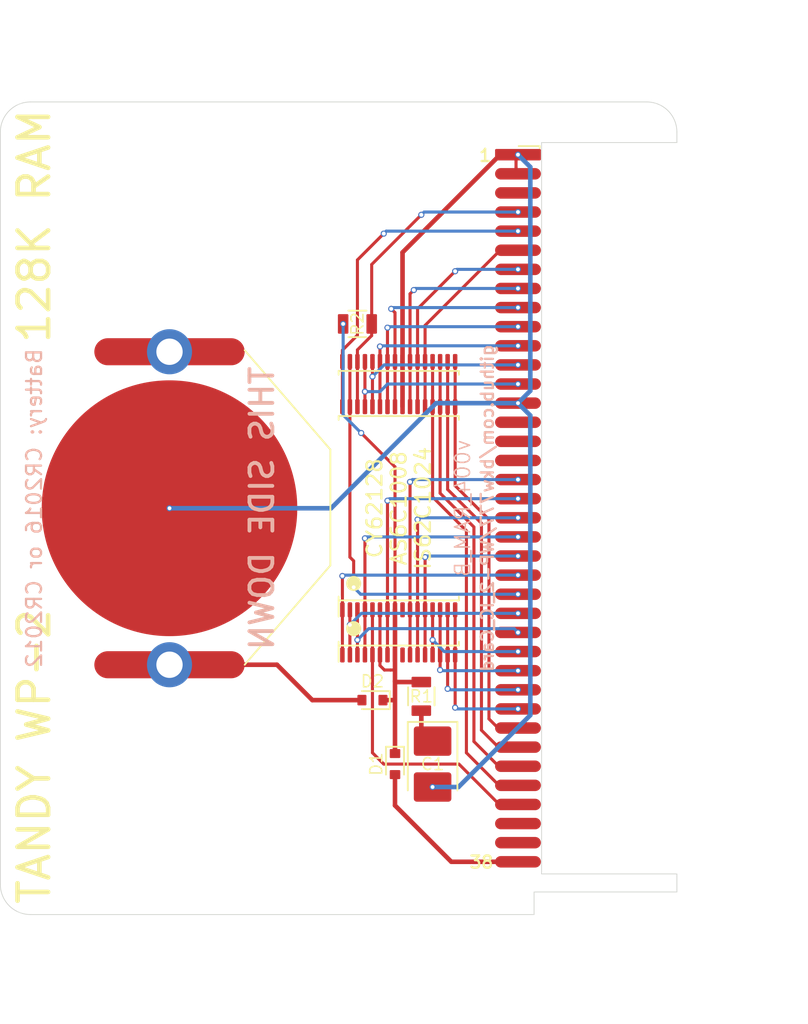
<source format=kicad_pcb>
(kicad_pcb (version 20171130) (host pcbnew 5.1.7-a382d34a8~87~ubuntu20.04.1)

  (general
    (thickness 0.8)
    (drawings 40)
    (tracks 208)
    (zones 0)
    (modules 11)
    (nets 36)
  )

  (page USLetter)
  (title_block
    (title "WP-2 128K RAM IC-Card")
    (date 2020-09-26)
    (company "Brian K. White - b.kenyon.w@gmail.com")
  )

  (layers
    (0 F.Cu signal)
    (31 B.Cu signal)
    (33 F.Adhes user)
    (35 F.Paste user)
    (36 B.SilkS user)
    (37 F.SilkS user)
    (38 B.Mask user)
    (39 F.Mask user)
    (40 Dwgs.User user)
    (41 Cmts.User user hide)
    (42 Eco1.User user hide)
    (43 Eco2.User user hide)
    (44 Edge.Cuts user)
    (45 Margin user hide)
    (46 B.CrtYd user hide)
    (47 F.CrtYd user hide)
    (49 F.Fab user hide)
  )

  (setup
    (last_trace_width 0.254)
    (user_trace_width 0.1524)
    (user_trace_width 0.1778)
    (user_trace_width 0.2032)
    (user_trace_width 0.3048)
    (user_trace_width 0.508)
    (trace_clearance 0.1524)
    (zone_clearance 0.508)
    (zone_45_only no)
    (trace_min 0.1524)
    (via_size 0.4064)
    (via_drill 0.254)
    (via_min_size 0.4064)
    (via_min_drill 0.254)
    (uvia_size 0.4064)
    (uvia_drill 0.254)
    (uvias_allowed no)
    (uvia_min_size 0.4064)
    (uvia_min_drill 0.254)
    (edge_width 0.05)
    (segment_width 0.2)
    (pcb_text_width 0.3)
    (pcb_text_size 1.5 1.5)
    (mod_edge_width 0.12)
    (mod_text_size 1 1)
    (mod_text_width 0.15)
    (pad_size 0.3 1)
    (pad_drill 0)
    (pad_to_mask_clearance 0)
    (aux_axis_origin 0 0)
    (grid_origin 158.75 99.695)
    (visible_elements FFFFFF7F)
    (pcbplotparams
      (layerselection 0x010f0_ffffffff)
      (usegerberextensions false)
      (usegerberattributes true)
      (usegerberadvancedattributes true)
      (creategerberjobfile true)
      (excludeedgelayer true)
      (linewidth 0.100000)
      (plotframeref false)
      (viasonmask false)
      (mode 1)
      (useauxorigin false)
      (hpglpennumber 1)
      (hpglpenspeed 20)
      (hpglpendiameter 15.000000)
      (psnegative false)
      (psa4output false)
      (plotreference true)
      (plotvalue true)
      (plotinvisibletext false)
      (padsonsilk false)
      (subtractmaskfromsilk false)
      (outputformat 1)
      (mirror false)
      (drillshape 0)
      (scaleselection 1)
      (outputdirectory "GERBER_WP-2_IC_Card_v004_RAM_B"))
  )

  (net 0 "")
  (net 1 GND)
  (net 2 /CE2)
  (net 3 /~CE1)
  (net 4 /~OE)
  (net 5 /D0)
  (net 6 /D1)
  (net 7 /D2)
  (net 8 /D3)
  (net 9 /D4)
  (net 10 /D5)
  (net 11 /D6)
  (net 12 /D7)
  (net 13 /A16)
  (net 14 /A15)
  (net 15 /A14)
  (net 16 /A13)
  (net 17 /A12)
  (net 18 /A11)
  (net 19 /A10)
  (net 20 /A9)
  (net 21 /A8)
  (net 22 /A7)
  (net 23 /A6)
  (net 24 /A5)
  (net 25 /A4)
  (net 26 /A3)
  (net 27 /A2)
  (net 28 /A1)
  (net 29 /A0)
  (net 30 /R~W)
  (net 31 /~DET)
  (net 32 "Net-(C1-Pad1)")
  (net 33 VBUS)
  (net 34 VMEM)
  (net 35 "Net-(BT1-Pad1)")

  (net_class Default "This is the default net class."
    (clearance 0.1524)
    (trace_width 0.254)
    (via_dia 0.4064)
    (via_drill 0.254)
    (uvia_dia 0.4064)
    (uvia_drill 0.254)
    (diff_pair_width 0.1524)
    (diff_pair_gap 0.2032)
    (add_net /A0)
    (add_net /A1)
    (add_net /A10)
    (add_net /A11)
    (add_net /A12)
    (add_net /A13)
    (add_net /A14)
    (add_net /A15)
    (add_net /A16)
    (add_net /A2)
    (add_net /A3)
    (add_net /A4)
    (add_net /A5)
    (add_net /A6)
    (add_net /A7)
    (add_net /A8)
    (add_net /A9)
    (add_net /BCHK)
    (add_net /CE2)
    (add_net /D0)
    (add_net /D1)
    (add_net /D2)
    (add_net /D3)
    (add_net /D4)
    (add_net /D5)
    (add_net /D6)
    (add_net /D7)
    (add_net /R~W)
    (add_net /~CE1)
    (add_net /~DET)
    (add_net /~OE)
    (add_net GND)
    (add_net "Net-(BT1-Pad1)")
    (add_net "Net-(C1-Pad1)")
    (add_net "Net-(J1-Pad15)")
    (add_net "Net-(J1-Pad16)")
    (add_net "Net-(J1-Pad17)")
    (add_net "Net-(J1-Pad3)")
    (add_net "Net-(J1-Pad36)")
    (add_net "Net-(U1-Pad9)")
    (add_net "Net-(U2-Pad9)")
    (add_net VBUS)
    (add_net VMEM)
  )

  (module 0_LOCAL:2016_battery_holder_tht (layer F.Cu) (tedit 5F93E71F) (tstamp 5F8DFEA8)
    (at 134 99.695 90)
    (descr https://www.tme.eu/it/Document/a823211ec201a9e209042d155fe22d2b/KEYS2996.pdf)
    (tags "BR2016 CR2016 DL2016 BR2020 CL2020 BR2025 CR2025 DL2025 DR2032 CR2032 DL2032")
    (path /5F8E356D)
    (fp_text reference BT1 (at -9.15 9.7 90 unlocked) (layer F.SilkS) hide
      (effects (font (size 1 1) (thickness 0.15)))
    )
    (fp_text value "Battery CR2016 3v" (at 0 -11 90) (layer F.Fab)
      (effects (font (size 1 1) (thickness 0.15)))
    )
    (fp_arc (start 0 0) (end -6.399999 7.799999) (angle -78.7) (layer F.Fab) (width 0.12))
    (fp_arc (start 0 0) (end 3.9 -9.8) (angle -43.40107348) (layer F.CrtYd) (width 0.05))
    (fp_text user %R (at -9.15 9.7 90) (layer F.Fab)
      (effects (font (size 1 1) (thickness 0.15)))
    )
    (fp_line (start 3.9 10.7) (end 10.5 5) (layer F.SilkS) (width 0.12))
    (fp_line (start -3.8 10.7) (end 3.9 10.7) (layer F.SilkS) (width 0.12))
    (fp_line (start -10.4 5) (end -3.8 10.7) (layer F.SilkS) (width 0.12))
    (fp_line (start -12.2 -4.4) (end -12.2 4.4) (layer F.Fab) (width 0.1))
    (fp_line (start -12.2 4.4) (end -10.55 4.4) (layer F.Fab) (width 0.1))
    (fp_line (start -12.2 -4.4) (end -10.55 -4.4) (layer F.Fab) (width 0.1))
    (fp_line (start -10.55 4.4) (end -10.55 5.85) (layer F.Fab) (width 0.1))
    (fp_line (start 10.55 4.4) (end 10.55 5.9) (layer F.Fab) (width 0.1))
    (fp_line (start -3.8 10.6) (end 3.8 10.6) (layer F.Fab) (width 0.1))
    (fp_line (start 10.55 4.4) (end 12.2 4.4) (layer F.Fab) (width 0.1))
    (fp_line (start 12.2 4.4) (end 12.2 -4.4) (layer F.Fab) (width 0.1))
    (fp_line (start 12.2 -4.4) (end 10.55 -4.4) (layer F.Fab) (width 0.1))
    (fp_line (start 10.55 -4.4) (end 10.55 -9.3) (layer F.Fab) (width 0.1))
    (fp_line (start 10.55 -9.3) (end -10.55 -9.3) (layer F.Fab) (width 0.1))
    (fp_line (start -10.55 -4.4) (end -10.55 -9.3) (layer F.Fab) (width 0.1))
    (fp_line (start -10.55 5.85) (end -3.8 10.6) (layer F.Fab) (width 0.1))
    (fp_line (start 10.55 5.9) (end 3.8 10.6) (layer F.Fab) (width 0.1))
    (fp_circle (center 0 0) (end 10 0) (layer Dwgs.User) (width 0.2))
    (fp_line (start -12.5 -4.5) (end -11 -4.5) (layer F.CrtYd) (width 0.05))
    (fp_line (start -11 -4.5) (end -11 -9.8) (layer F.CrtYd) (width 0.05))
    (fp_line (start -11 -9.8) (end -3.9 -9.8) (layer F.CrtYd) (width 0.05))
    (fp_line (start 11 -9.8) (end 3.9 -9.8) (layer F.CrtYd) (width 0.05))
    (fp_line (start 11 -9.8) (end 11 -4.5) (layer F.CrtYd) (width 0.05))
    (fp_line (start 11 -4.5) (end 12.5 -4.5) (layer F.CrtYd) (width 0.05))
    (fp_line (start 12.5 -4.5) (end 12.5 4.5) (layer F.CrtYd) (width 0.05))
    (fp_line (start 12.5 4.5) (end 11 4.5) (layer F.CrtYd) (width 0.05))
    (fp_line (start 11 4.5) (end 11 6.35) (layer F.CrtYd) (width 0.05))
    (fp_line (start 11 6.35) (end 4.25 11.1) (layer F.CrtYd) (width 0.05))
    (fp_line (start 4.25 11.1) (end -4.25 11.1) (layer F.CrtYd) (width 0.05))
    (fp_line (start -4.25 11.1) (end -11 6.35) (layer F.CrtYd) (width 0.05))
    (fp_line (start -11 6.35) (end -11 4.5) (layer F.CrtYd) (width 0.05))
    (fp_line (start -11 4.5) (end -12.5 4.5) (layer F.CrtYd) (width 0.05))
    (fp_line (start -12.5 4.5) (end -12.5 -4.5) (layer F.CrtYd) (width 0.05))
    (pad 1 smd circle (at 10.4 0 90) (size 3 3) (layers B.Cu)
      (net 35 "Net-(BT1-Pad1)"))
    (pad 1 smd circle (at -10.4 0 90) (size 3 3) (layers B.Cu)
      (net 35 "Net-(BT1-Pad1)"))
    (pad 1 smd oval (at 10.4 0 90) (size 1.8 10) (layers F.Cu F.Paste F.Mask)
      (net 35 "Net-(BT1-Pad1)"))
    (pad 1 smd oval (at -10.4 0 90) (size 1.8 10) (layers F.Cu F.Paste F.Mask)
      (net 35 "Net-(BT1-Pad1)"))
    (pad 2 smd circle (at 0 0 90) (size 17 17) (layers F.Cu F.Mask)
      (net 1 GND) (solder_mask_margin 1.5))
    (pad 1 thru_hole circle (at -10.4 0 90) (size 1.8 1.8) (drill 1.75) (layers *.Cu *.Mask)
      (net 35 "Net-(BT1-Pad1)"))
    (pad 1 thru_hole circle (at 10.4 0 90) (size 1.8 1.8) (drill 1.75) (layers *.Cu *.Mask)
      (net 35 "Net-(BT1-Pad1)"))
    (model ${KIPRJMOD}/3d/keystone-PN3029_trimmed.STEP_x
      (offset (xyz 0 -11.2 1.6))
      (scale (xyz 1 1 1))
      (rotate (xyz -90 0 0))
    )
    (model ${KIPRJMOD}/3d/CR2016-50000LC.stp
      (offset (xyz 0 0 1.6))
      (scale (xyz 1 1 1))
      (rotate (xyz 90 0 0))
    )
    (model ${KIPRJMOD}/3d/keystone-PN3027_trimmed.STEP
      (offset (xyz 0 -10.07 1.9))
      (scale (xyz 1 1 1))
      (rotate (xyz -90 0 0))
    )
  )

  (module 0_LOCAL:D_SOD-523 (layer F.Cu) (tedit 5F8B5202) (tstamp 5F8E26C3)
    (at 147.5 112.445 180)
    (descr "http://www.diodes.com/datasheets/ap02001.pdf p.144")
    (tags "Diode SOD523")
    (path /5F94E10B)
    (attr smd)
    (fp_text reference D2 (at 0 1.25) (layer F.SilkS)
      (effects (font (size 0.8 0.8) (thickness 0.1)))
    )
    (fp_text value 1SS389 (at 0 1.4) (layer F.Fab)
      (effects (font (size 1 1) (thickness 0.15)))
    )
    (fp_line (start 0.7 0.6) (end -1.15 0.6) (layer F.SilkS) (width 0.12))
    (fp_line (start 0.7 -0.6) (end -1.15 -0.6) (layer F.SilkS) (width 0.12))
    (fp_line (start 0.65 0.45) (end -0.65 0.45) (layer F.Fab) (width 0.1))
    (fp_line (start -0.65 0.45) (end -0.65 -0.45) (layer F.Fab) (width 0.1))
    (fp_line (start -0.65 -0.45) (end 0.65 -0.45) (layer F.Fab) (width 0.1))
    (fp_line (start 0.65 -0.45) (end 0.65 0.45) (layer F.Fab) (width 0.1))
    (fp_line (start -0.2 0.2) (end -0.2 -0.2) (layer F.Fab) (width 0.1))
    (fp_line (start -0.2 0) (end -0.35 0) (layer F.Fab) (width 0.1))
    (fp_line (start -0.2 0) (end 0.1 0.2) (layer F.Fab) (width 0.1))
    (fp_line (start 0.1 0.2) (end 0.1 -0.2) (layer F.Fab) (width 0.1))
    (fp_line (start 0.1 -0.2) (end -0.2 0) (layer F.Fab) (width 0.1))
    (fp_line (start 0.1 0) (end 0.25 0) (layer F.Fab) (width 0.1))
    (fp_line (start 1.25 0.7) (end -1.25 0.7) (layer F.CrtYd) (width 0.05))
    (fp_line (start -1.25 0.7) (end -1.25 -0.7) (layer F.CrtYd) (width 0.05))
    (fp_line (start -1.25 -0.7) (end 1.25 -0.7) (layer F.CrtYd) (width 0.05))
    (fp_line (start 1.25 -0.7) (end 1.25 0.7) (layer F.CrtYd) (width 0.05))
    (fp_line (start -1.15 -0.6) (end -1.15 0.6) (layer F.SilkS) (width 0.12))
    (fp_text user %R (at 0 -1.3) (layer F.Fab)
      (effects (font (size 1 1) (thickness 0.15)))
    )
    (pad 2 smd roundrect (at 0.7 0) (size 0.6 0.7) (layers F.Cu F.Paste F.Mask) (roundrect_rratio 0.1)
      (net 35 "Net-(BT1-Pad1)"))
    (pad 1 smd roundrect (at -0.7 0) (size 0.6 0.7) (layers F.Cu F.Paste F.Mask) (roundrect_rratio 0.1)
      (net 34 VMEM))
    (model ${KIPRJMOD}/3d/D_SOD-523.step
      (at (xyz 0 0 0))
      (scale (xyz 1 1 1))
      (rotate (xyz 0 0 0))
    )
  )

  (module 0_LOCAL:R_0805 (layer F.Cu) (tedit 5F8B5224) (tstamp 5F752AD5)
    (at 146.5 87.445)
    (descr "Resistor SMD 0805, reflow soldering, Vishay (see dcrcw.pdf)")
    (tags "resistor 0805")
    (path /5F9FA366)
    (attr smd)
    (fp_text reference R2 (at 0 0 90 unlocked) (layer F.SilkS)
      (effects (font (size 0.8 0.8) (thickness 0.1)))
    )
    (fp_text value 47K (at 0 1.75) (layer F.Fab)
      (effects (font (size 1 1) (thickness 0.15)))
    )
    (fp_line (start -1 0.62) (end -1 -0.62) (layer F.Fab) (width 0.1))
    (fp_line (start 1 0.62) (end -1 0.62) (layer F.Fab) (width 0.1))
    (fp_line (start 1 -0.62) (end 1 0.62) (layer F.Fab) (width 0.1))
    (fp_line (start -1 -0.62) (end 1 -0.62) (layer F.Fab) (width 0.1))
    (fp_line (start 0.6 0.88) (end -0.6 0.88) (layer F.SilkS) (width 0.12))
    (fp_line (start -0.6 -0.88) (end 0.6 -0.88) (layer F.SilkS) (width 0.12))
    (fp_line (start -1.55 -0.9) (end 1.55 -0.9) (layer F.CrtYd) (width 0.05))
    (fp_line (start -1.55 -0.9) (end -1.55 0.9) (layer F.CrtYd) (width 0.05))
    (fp_line (start 1.55 0.9) (end 1.55 -0.9) (layer F.CrtYd) (width 0.05))
    (fp_line (start 1.55 0.9) (end -1.55 0.9) (layer F.CrtYd) (width 0.05))
    (fp_text user %R (at 0 0) (layer F.Fab)
      (effects (font (size 0.5 0.5) (thickness 0.075)))
    )
    (pad 1 smd roundrect (at -0.95 0) (size 0.7 1.3) (layers F.Cu F.Paste F.Mask) (roundrect_rratio 0.1)
      (net 34 VMEM))
    (pad 2 smd roundrect (at 0.95 0) (size 0.7 1.3) (layers F.Cu F.Paste F.Mask) (roundrect_rratio 0.1)
      (net 3 /~CE1))
    (model ${KIPRJMOD}/3d/R_0805_2012Metric.step
      (at (xyz 0 0 0))
      (scale (xyz 1 1 1))
      (rotate (xyz 0 0 0))
    )
  )

  (module 0_LOCAL:R_0805 (layer F.Cu) (tedit 5F8B5224) (tstamp 5F752ACC)
    (at 150.75 112.195 270)
    (descr "Resistor SMD 0805, reflow soldering, Vishay (see dcrcw.pdf)")
    (tags "resistor 0805")
    (path /5F805237)
    (attr smd)
    (fp_text reference R1 (at 0 0 unlocked) (layer F.SilkS)
      (effects (font (size 0.8 0.8) (thickness 0.1)))
    )
    (fp_text value 4.7K (at 0 1.75 90) (layer F.Fab)
      (effects (font (size 1 1) (thickness 0.15)))
    )
    (fp_line (start -1 0.62) (end -1 -0.62) (layer F.Fab) (width 0.1))
    (fp_line (start 1 0.62) (end -1 0.62) (layer F.Fab) (width 0.1))
    (fp_line (start 1 -0.62) (end 1 0.62) (layer F.Fab) (width 0.1))
    (fp_line (start -1 -0.62) (end 1 -0.62) (layer F.Fab) (width 0.1))
    (fp_line (start 0.6 0.88) (end -0.6 0.88) (layer F.SilkS) (width 0.12))
    (fp_line (start -0.6 -0.88) (end 0.6 -0.88) (layer F.SilkS) (width 0.12))
    (fp_line (start -1.55 -0.9) (end 1.55 -0.9) (layer F.CrtYd) (width 0.05))
    (fp_line (start -1.55 -0.9) (end -1.55 0.9) (layer F.CrtYd) (width 0.05))
    (fp_line (start 1.55 0.9) (end 1.55 -0.9) (layer F.CrtYd) (width 0.05))
    (fp_line (start 1.55 0.9) (end -1.55 0.9) (layer F.CrtYd) (width 0.05))
    (fp_text user %R (at 0 0 90) (layer F.Fab)
      (effects (font (size 0.5 0.5) (thickness 0.075)))
    )
    (pad 1 smd roundrect (at -0.95 0 270) (size 0.7 1.3) (layers F.Cu F.Paste F.Mask) (roundrect_rratio 0.1)
      (net 34 VMEM))
    (pad 2 smd roundrect (at 0.95 0 270) (size 0.7 1.3) (layers F.Cu F.Paste F.Mask) (roundrect_rratio 0.1)
      (net 32 "Net-(C1-Pad1)"))
    (model ${KIPRJMOD}/3d/R_0805_2012Metric.step
      (at (xyz 0 0 0))
      (scale (xyz 1 1 1))
      (rotate (xyz 0 0 0))
    )
  )

  (module 0_LOCAL:CP_Tantalum_Case-B_EIA-3528-21_Reflow (layer F.Cu) (tedit 5F8B6793) (tstamp 5F752A56)
    (at 151.5 116.695 270)
    (descr "Tantalum capacitor, Case B, EIA 3528-21, 3.5x2.8x1.9mm, Reflow soldering footprint")
    (tags "capacitor tantalum smd")
    (path /5F7F0020)
    (attr smd)
    (fp_text reference C1 (at 0 0 unlocked) (layer F.SilkS)
      (effects (font (size 0.8 0.8) (thickness 0.1)))
    )
    (fp_text value 220uf (at 0 3.15 270) (layer F.Fab)
      (effects (font (size 1 1) (thickness 0.15)))
    )
    (fp_line (start -2.85 -1.75) (end -2.85 1.75) (layer F.CrtYd) (width 0.05))
    (fp_line (start -2.85 1.75) (end 2.85 1.75) (layer F.CrtYd) (width 0.05))
    (fp_line (start 2.85 1.75) (end 2.85 -1.75) (layer F.CrtYd) (width 0.05))
    (fp_line (start 2.85 -1.75) (end -2.85 -1.75) (layer F.CrtYd) (width 0.05))
    (fp_line (start -1.75 -1.4) (end -1.75 1.4) (layer F.Fab) (width 0.1))
    (fp_line (start -1.75 1.4) (end 1.75 1.4) (layer F.Fab) (width 0.1))
    (fp_line (start 1.75 1.4) (end 1.75 -1.4) (layer F.Fab) (width 0.1))
    (fp_line (start 1.75 -1.4) (end -1.75 -1.4) (layer F.Fab) (width 0.1))
    (fp_line (start -1.4 -1.4) (end -1.4 1.4) (layer F.Fab) (width 0.1))
    (fp_line (start -1.225 -1.4) (end -1.225 1.4) (layer F.Fab) (width 0.1))
    (fp_line (start -2.8 -1.65) (end 1.75 -1.65) (layer F.SilkS) (width 0.12))
    (fp_line (start -2.8 1.65) (end 1.75 1.65) (layer F.SilkS) (width 0.12))
    (fp_line (start -2.8 -1.65) (end -2.8 1.65) (layer F.SilkS) (width 0.12))
    (fp_text user %R (at 0 0 270) (layer F.Fab)
      (effects (font (size 0.8 0.8) (thickness 0.12)))
    )
    (pad 1 smd roundrect (at -1.525 0 270) (size 1.95 2.5) (layers F.Cu F.Mask) (roundrect_rratio 0.1)
      (net 32 "Net-(C1-Pad1)"))
    (pad 2 smd roundrect (at 1.525 0 270) (size 1.95 2.5) (layers F.Cu F.Mask) (roundrect_rratio 0.1)
      (net 1 GND))
    (model ${KIPRJMOD}/3d/TLNT_AVX.step
      (at (xyz 0 0 0))
      (scale (xyz 1 1 1))
      (rotate (xyz 0 0 0))
    )
  )

  (module 0_LOCAL:TSOP32-14mm (layer F.Cu) (tedit 5F8D316E) (tstamp 5F712C60)
    (at 149.25 99.695)
    (descr "Module CMS TSOP 32 pins")
    (tags "CMS TSOP")
    (path /5F906116)
    (attr smd)
    (fp_text reference U2 (at 0 5.334 180) (layer F.SilkS) hide
      (effects (font (size 1 1) (thickness 0.15)))
    )
    (fp_text value "SRAM 128Kx8 5v Parallel" (at 1.27 0 90) (layer F.Fab)
      (effects (font (size 1 1) (thickness 0.15)))
    )
    (fp_circle (center -3 5) (end -2.75 5) (layer F.SilkS) (width 0.5))
    (fp_line (start -4 6.125) (end 4 6.125) (layer F.SilkS) (width 0.12))
    (fp_line (start 4 -6.125) (end -4 -6.125) (layer F.SilkS) (width 0.12))
    (fp_line (start -4 7.2) (end -4 5.875) (layer F.SilkS) (width 0.12))
    (fp_line (start 4 6.125) (end 4 5.875) (layer F.SilkS) (width 0.12))
    (fp_line (start -4 -6.125) (end -4 -5.875) (layer F.SilkS) (width 0.12))
    (fp_line (start 4 -6.125) (end 4 -5.875) (layer F.SilkS) (width 0.12))
    (pad 1 smd roundrect (at -3.75 6.75) (size 0.3 1) (layers F.Cu F.Paste F.Mask) (roundrect_rratio 0.25)
      (net 18 /A11))
    (pad 2 smd roundrect (at -3.25 6.75) (size 0.3 1) (layers F.Cu F.Paste F.Mask) (roundrect_rratio 0.25)
      (net 20 /A9))
    (pad 3 smd roundrect (at -2.75 6.75) (size 0.3 1) (layers F.Cu F.Paste F.Mask) (roundrect_rratio 0.25)
      (net 21 /A8))
    (pad 4 smd roundrect (at -2.25 6.75) (size 0.3 1) (layers F.Cu F.Paste F.Mask) (roundrect_rratio 0.25)
      (net 16 /A13))
    (pad 5 smd roundrect (at -1.75 6.75) (size 0.3 1) (layers F.Cu F.Paste F.Mask) (roundrect_rratio 0.25)
      (net 30 /R~W))
    (pad 6 smd roundrect (at -1.25 6.75) (size 0.3 1) (layers F.Cu F.Paste F.Mask) (roundrect_rratio 0.25)
      (net 2 /CE2))
    (pad 7 smd roundrect (at -0.75 6.75) (size 0.3 1) (layers F.Cu F.Paste F.Mask) (roundrect_rratio 0.25)
      (net 14 /A15))
    (pad 8 smd roundrect (at -0.25 6.75) (size 0.3 1) (layers F.Cu F.Paste F.Mask) (roundrect_rratio 0.25)
      (net 34 VMEM))
    (pad 9 smd roundrect (at 0.25 6.75) (size 0.3 1) (layers F.Cu F.Paste F.Mask) (roundrect_rratio 0.25))
    (pad 10 smd roundrect (at 0.75 6.75) (size 0.3 1) (layers F.Cu F.Paste F.Mask) (roundrect_rratio 0.25)
      (net 13 /A16))
    (pad 11 smd roundrect (at 1.25 6.75) (size 0.3 1) (layers F.Cu F.Paste F.Mask) (roundrect_rratio 0.25)
      (net 15 /A14))
    (pad 12 smd roundrect (at 1.75 6.75) (size 0.3 1) (layers F.Cu F.Paste F.Mask) (roundrect_rratio 0.25)
      (net 17 /A12))
    (pad 13 smd roundrect (at 2.25 6.75) (size 0.3 1) (layers F.Cu F.Paste F.Mask) (roundrect_rratio 0.25)
      (net 22 /A7))
    (pad 14 smd roundrect (at 2.75 6.75) (size 0.3 1) (layers F.Cu F.Paste F.Mask) (roundrect_rratio 0.25)
      (net 23 /A6))
    (pad 15 smd roundrect (at 3.25 6.75) (size 0.3 1) (layers F.Cu F.Paste F.Mask) (roundrect_rratio 0.25)
      (net 24 /A5))
    (pad 16 smd roundrect (at 3.75 6.75) (size 0.3 1) (layers F.Cu F.Paste F.Mask) (roundrect_rratio 0.25)
      (net 25 /A4))
    (pad 17 smd roundrect (at 3.75 -6.75) (size 0.3 1) (layers F.Cu F.Paste F.Mask) (roundrect_rratio 0.25)
      (net 26 /A3))
    (pad 18 smd roundrect (at 3.25 -6.75) (size 0.3 1) (layers F.Cu F.Paste F.Mask) (roundrect_rratio 0.25)
      (net 27 /A2))
    (pad 19 smd roundrect (at 2.75 -6.75) (size 0.3 1) (layers F.Cu F.Paste F.Mask) (roundrect_rratio 0.25)
      (net 28 /A1))
    (pad 20 smd roundrect (at 2.25 -6.75) (size 0.3 1) (layers F.Cu F.Paste F.Mask) (roundrect_rratio 0.25)
      (net 29 /A0))
    (pad 21 smd roundrect (at 1.75 -6.75) (size 0.3 1) (layers F.Cu F.Paste F.Mask) (roundrect_rratio 0.25)
      (net 5 /D0))
    (pad 22 smd roundrect (at 1.25 -6.75) (size 0.3 1) (layers F.Cu F.Paste F.Mask) (roundrect_rratio 0.25)
      (net 6 /D1))
    (pad 23 smd roundrect (at 0.75 -6.75) (size 0.3 1) (layers F.Cu F.Paste F.Mask) (roundrect_rratio 0.25)
      (net 7 /D2))
    (pad 24 smd roundrect (at 0.25 -6.75) (size 0.3 1) (layers F.Cu F.Paste F.Mask) (roundrect_rratio 0.25)
      (net 1 GND))
    (pad 25 smd roundrect (at -0.25 -6.75) (size 0.3 1) (layers F.Cu F.Paste F.Mask) (roundrect_rratio 0.25)
      (net 8 /D3))
    (pad 26 smd roundrect (at -0.75 -6.75) (size 0.3 1) (layers F.Cu F.Paste F.Mask) (roundrect_rratio 0.25)
      (net 9 /D4))
    (pad 27 smd roundrect (at -1.25 -6.75) (size 0.3 1) (layers F.Cu F.Paste F.Mask) (roundrect_rratio 0.25)
      (net 10 /D5))
    (pad 28 smd roundrect (at -1.75 -6.75) (size 0.3 1) (layers F.Cu F.Paste F.Mask) (roundrect_rratio 0.25)
      (net 11 /D6))
    (pad 29 smd roundrect (at -2.25 -6.75) (size 0.3 1) (layers F.Cu F.Paste F.Mask) (roundrect_rratio 0.25)
      (net 12 /D7))
    (pad 30 smd roundrect (at -2.75 -6.75) (size 0.3 1) (layers F.Cu F.Paste F.Mask) (roundrect_rratio 0.25)
      (net 3 /~CE1))
    (pad 31 smd roundrect (at -3.25 -6.75) (size 0.3 1) (layers F.Cu F.Paste F.Mask) (roundrect_rratio 0.25)
      (net 19 /A10))
    (pad 32 smd roundrect (at -3.75 -6.75) (size 0.3 1) (layers F.Cu F.Paste F.Mask) (roundrect_rratio 0.25)
      (net 4 /~OE))
    (model ${KIPRJMOD}/3d/TSOP32_8x14.step
      (at (xyz 0 0 0))
      (scale (xyz 1 1 1))
      (rotate (xyz 0 0 -90))
    )
  )

  (module 0_LOCAL:TSOP32-20mm (layer F.Cu) (tedit 5F8D318C) (tstamp 5F755D97)
    (at 149.25 99.695)
    (descr "Module CMS TSOP 32 pins")
    (tags "CMS TSOP")
    (path /5F718069)
    (attr smd)
    (fp_text reference U1 (at 0.009 8.382 180) (layer F.SilkS) hide
      (effects (font (size 1 1) (thickness 0.15)))
    )
    (fp_text value "SRAM 128Kx8 5v Parallel" (at 0 5) (layer F.Fab)
      (effects (font (size 1 1) (thickness 0.15)))
    )
    (fp_circle (center -3 8) (end -2.75 8) (layer F.SilkS) (width 0.5))
    (fp_line (start -4 9.125) (end 4 9.125) (layer F.SilkS) (width 0.12))
    (fp_line (start 4 -9.125) (end -4 -9.125) (layer F.SilkS) (width 0.12))
    (fp_line (start -4 10.2) (end -4 8.875) (layer F.SilkS) (width 0.12))
    (fp_line (start 4 9.125) (end 4 8.875) (layer F.SilkS) (width 0.12))
    (fp_line (start -4 -9.125) (end -4 -8.875) (layer F.SilkS) (width 0.12))
    (fp_line (start 4 -9.125) (end 4 -8.875) (layer F.SilkS) (width 0.12))
    (fp_text user %R (at 0 0) (layer F.Fab)
      (effects (font (size 1 1) (thickness 0.15)))
    )
    (pad 1 smd roundrect (at -3.75 9.75) (size 0.3 1) (layers F.Cu F.Paste F.Mask) (roundrect_rratio 0.25)
      (net 18 /A11))
    (pad 2 smd roundrect (at -3.25 9.75) (size 0.3 1) (layers F.Cu F.Paste F.Mask) (roundrect_rratio 0.25)
      (net 20 /A9))
    (pad 3 smd roundrect (at -2.75 9.75) (size 0.3 1) (layers F.Cu F.Paste F.Mask) (roundrect_rratio 0.25)
      (net 21 /A8))
    (pad 4 smd roundrect (at -2.25 9.75) (size 0.3 1) (layers F.Cu F.Paste F.Mask) (roundrect_rratio 0.25)
      (net 16 /A13))
    (pad 5 smd roundrect (at -1.75 9.75) (size 0.3 1) (layers F.Cu F.Paste F.Mask) (roundrect_rratio 0.25)
      (net 30 /R~W))
    (pad 6 smd roundrect (at -1.25 9.75) (size 0.3 1) (layers F.Cu F.Paste F.Mask) (roundrect_rratio 0.25)
      (net 2 /CE2))
    (pad 7 smd roundrect (at -0.75 9.75) (size 0.3 1) (layers F.Cu F.Paste F.Mask) (roundrect_rratio 0.25)
      (net 14 /A15))
    (pad 8 smd roundrect (at -0.25 9.75) (size 0.3 1) (layers F.Cu F.Paste F.Mask) (roundrect_rratio 0.25)
      (net 34 VMEM))
    (pad 9 smd roundrect (at 0.25 9.75) (size 0.3 1) (layers F.Cu F.Paste F.Mask) (roundrect_rratio 0.25))
    (pad 10 smd roundrect (at 0.75 9.75) (size 0.3 1) (layers F.Cu F.Paste F.Mask) (roundrect_rratio 0.25)
      (net 13 /A16))
    (pad 11 smd roundrect (at 1.25 9.75) (size 0.3 1) (layers F.Cu F.Paste F.Mask) (roundrect_rratio 0.25)
      (net 15 /A14))
    (pad 12 smd roundrect (at 1.75 9.75) (size 0.3 1) (layers F.Cu F.Paste F.Mask) (roundrect_rratio 0.25)
      (net 17 /A12))
    (pad 13 smd roundrect (at 2.25 9.75) (size 0.3 1) (layers F.Cu F.Paste F.Mask) (roundrect_rratio 0.25)
      (net 22 /A7))
    (pad 14 smd roundrect (at 2.75 9.75) (size 0.3 1) (layers F.Cu F.Paste F.Mask) (roundrect_rratio 0.25)
      (net 23 /A6))
    (pad 15 smd roundrect (at 3.25 9.75) (size 0.3 1) (layers F.Cu F.Paste F.Mask) (roundrect_rratio 0.25)
      (net 24 /A5))
    (pad 16 smd roundrect (at 3.75 9.75) (size 0.3 1) (layers F.Cu F.Paste F.Mask) (roundrect_rratio 0.25)
      (net 25 /A4))
    (pad 17 smd roundrect (at 3.75 -9.75) (size 0.3 1) (layers F.Cu F.Paste F.Mask) (roundrect_rratio 0.25)
      (net 26 /A3))
    (pad 18 smd roundrect (at 3.25 -9.75) (size 0.3 1) (layers F.Cu F.Paste F.Mask) (roundrect_rratio 0.25)
      (net 27 /A2))
    (pad 19 smd roundrect (at 2.75 -9.75) (size 0.3 1) (layers F.Cu F.Paste F.Mask) (roundrect_rratio 0.25)
      (net 28 /A1))
    (pad 20 smd roundrect (at 2.25 -9.75) (size 0.3 1) (layers F.Cu F.Paste F.Mask) (roundrect_rratio 0.25)
      (net 29 /A0))
    (pad 21 smd roundrect (at 1.75 -9.75) (size 0.3 1) (layers F.Cu F.Paste F.Mask) (roundrect_rratio 0.25)
      (net 5 /D0))
    (pad 22 smd roundrect (at 1.25 -9.75) (size 0.3 1) (layers F.Cu F.Paste F.Mask) (roundrect_rratio 0.25)
      (net 6 /D1))
    (pad 23 smd roundrect (at 0.75 -9.75) (size 0.3 1) (layers F.Cu F.Paste F.Mask) (roundrect_rratio 0.25)
      (net 7 /D2))
    (pad 24 smd roundrect (at 0.25 -9.75) (size 0.3 1) (layers F.Cu F.Paste F.Mask) (roundrect_rratio 0.25)
      (net 1 GND))
    (pad 25 smd roundrect (at -0.25 -9.75) (size 0.3 1) (layers F.Cu F.Paste F.Mask) (roundrect_rratio 0.25)
      (net 8 /D3))
    (pad 26 smd roundrect (at -0.75 -9.75) (size 0.3 1) (layers F.Cu F.Paste F.Mask) (roundrect_rratio 0.25)
      (net 9 /D4))
    (pad 27 smd roundrect (at -1.25 -9.75) (size 0.3 1) (layers F.Cu F.Paste F.Mask) (roundrect_rratio 0.25)
      (net 10 /D5))
    (pad 28 smd roundrect (at -1.75 -9.75) (size 0.3 1) (layers F.Cu F.Paste F.Mask) (roundrect_rratio 0.25)
      (net 11 /D6))
    (pad 29 smd roundrect (at -2.25 -9.75) (size 0.3 1) (layers F.Cu F.Paste F.Mask) (roundrect_rratio 0.25)
      (net 12 /D7))
    (pad 30 smd roundrect (at -2.75 -9.75) (size 0.3 1) (layers F.Cu F.Paste F.Mask) (roundrect_rratio 0.25)
      (net 3 /~CE1))
    (pad 31 smd roundrect (at -3.25 -9.75) (size 0.3 1) (layers F.Cu F.Paste F.Mask) (roundrect_rratio 0.25)
      (net 19 /A10))
    (pad 32 smd roundrect (at -3.75 -9.75) (size 0.3 1) (layers F.Cu F.Paste F.Mask) (roundrect_rratio 0.25)
      (net 4 /~OE))
    (model ${KIPRJMOD}/3d/TSOP32_8X20.step_x
      (at (xyz 0 0 0))
      (scale (xyz 1 1 1))
      (rotate (xyz 0 0 -90))
    )
  )

  (module 0_LOCAL:Net_Tie_2p_8mil (layer F.Cu) (tedit 5F70D483) (tstamp 5F8D961B)
    (at 148.5 110.445)
    (path /5F97C11A)
    (fp_text reference NT2 (at 0 1.016) (layer F.SilkS) hide
      (effects (font (size 0.508 0.508) (thickness 0.1016)))
    )
    (fp_text value Net-Tie_2 (at 0 -2) (layer F.Fab)
      (effects (font (size 1 1) (thickness 0.01)))
    )
    (fp_line (start -0.2032 0) (end 0.2032 0) (layer F.Cu) (width 0.2032))
    (pad 2 smd circle (at 0.2032 0) (size 0.2032 0.2032) (layers F.Cu)
      (net 34 VMEM))
    (pad 1 smd circle (at -0.2032 0) (size 0.2032 0.2032) (layers F.Cu)
      (net 2 /CE2))
  )

  (module 0_LOCAL:SMS-138-01-x-x_edge (layer F.Cu) (tedit 5F7AC44E) (tstamp 5F74043C)
    (at 158.75 99.695)
    (descr "Through hole straight socket strip, 1x38, 1.27mm pitch, single row")
    (tags "Through hole socket strip THT 1x38 1.27mm single row")
    (path /5F6EF0A3)
    (attr smd)
    (fp_text reference J1 (at -2.286 -24.892) (layer F.SilkS) hide
      (effects (font (size 1 1) (thickness 0.15)))
    )
    (fp_text value Conn_01x38_Female (at -4.491 -0.381 -90) (layer F.Fab)
      (effects (font (size 1 1) (thickness 0.15)))
    )
    (fp_line (start -0.127 -24.0665) (end -1.524 -24.0665) (layer F.SilkS) (width 0.12))
    (fp_line (start -0.127 -24.0665) (end -0.127 -23.9395) (layer F.SilkS) (width 0.12))
    (fp_text user %R (at -2.286 -24.892) (layer F.Fab)
      (effects (font (size 1 1) (thickness 0.15)))
    )
    (pad 1 smd roundrect (at -1.57 -23.495) (size 3.048 0.762) (layers F.Cu F.Paste F.Mask) (roundrect_rratio 0.1)
      (net 1 GND))
    (pad 2 smd oval (at -1.57 -22.225) (size 3.048 0.762) (layers F.Cu F.Paste F.Mask)
      (net 31 /~DET))
    (pad 3 smd oval (at -1.57 -20.955) (size 3.048 0.762) (layers F.Cu F.Paste F.Mask))
    (pad 4 smd oval (at -1.57 -19.685) (size 3.048 0.762) (layers F.Cu F.Paste F.Mask)
      (net 3 /~CE1))
    (pad 5 smd oval (at -1.57 -18.415) (size 3.048 0.762) (layers F.Cu F.Paste F.Mask)
      (net 4 /~OE))
    (pad 6 smd oval (at -1.57 -17.145) (size 3.048 0.762) (layers F.Cu F.Paste F.Mask)
      (net 5 /D0))
    (pad 7 smd oval (at -1.57 -15.875) (size 3.048 0.762) (layers F.Cu F.Paste F.Mask)
      (net 6 /D1))
    (pad 8 smd oval (at -1.57 -14.605) (size 3.048 0.762) (layers F.Cu F.Paste F.Mask)
      (net 7 /D2))
    (pad 9 smd oval (at -1.57 -13.335) (size 3.048 0.762) (layers F.Cu F.Paste F.Mask)
      (net 8 /D3))
    (pad 10 smd oval (at -1.57 -12.065) (size 3.048 0.762) (layers F.Cu F.Paste F.Mask)
      (net 9 /D4))
    (pad 11 smd oval (at -1.57 -10.795) (size 3.048 0.762) (layers F.Cu F.Paste F.Mask)
      (net 10 /D5))
    (pad 12 smd oval (at -1.57 -9.525) (size 3.048 0.762) (layers F.Cu F.Paste F.Mask)
      (net 11 /D6))
    (pad 13 smd oval (at -1.57 -8.255) (size 3.048 0.762) (layers F.Cu F.Paste F.Mask)
      (net 12 /D7))
    (pad 14 smd oval (at -1.57 -6.985) (size 3.048 0.762) (layers F.Cu F.Paste F.Mask)
      (net 1 GND))
    (pad 15 smd oval (at -1.57 -5.715) (size 3.048 0.762) (layers F.Cu F.Paste F.Mask))
    (pad 16 smd oval (at -1.57 -4.445) (size 3.048 0.762) (layers F.Cu F.Paste F.Mask))
    (pad 17 smd oval (at -1.57 -3.175) (size 3.048 0.762) (layers F.Cu F.Paste F.Mask))
    (pad 18 smd oval (at -1.57 -1.905) (size 3.048 0.762) (layers F.Cu F.Paste F.Mask)
      (net 13 /A16))
    (pad 19 smd oval (at -1.57 -0.635) (size 3.048 0.762) (layers F.Cu F.Paste F.Mask)
      (net 14 /A15))
    (pad 20 smd oval (at -1.57 0.635) (size 3.048 0.762) (layers F.Cu F.Paste F.Mask)
      (net 15 /A14))
    (pad 21 smd oval (at -1.57 1.905) (size 3.048 0.762) (layers F.Cu F.Paste F.Mask)
      (net 16 /A13))
    (pad 22 smd oval (at -1.57 3.175) (size 3.048 0.762) (layers F.Cu F.Paste F.Mask)
      (net 17 /A12))
    (pad 23 smd oval (at -1.57 4.445) (size 3.048 0.762) (layers F.Cu F.Paste F.Mask)
      (net 18 /A11))
    (pad 24 smd oval (at -1.57 5.715) (size 3.048 0.762) (layers F.Cu F.Paste F.Mask)
      (net 19 /A10))
    (pad 25 smd oval (at -1.57 6.985) (size 3.048 0.762) (layers F.Cu F.Paste F.Mask)
      (net 20 /A9))
    (pad 26 smd oval (at -1.57 8.255) (size 3.048 0.762) (layers F.Cu F.Paste F.Mask)
      (net 21 /A8))
    (pad 27 smd oval (at -1.57 9.525) (size 3.048 0.762) (layers F.Cu F.Paste F.Mask)
      (net 22 /A7))
    (pad 28 smd oval (at -1.57 10.795) (size 3.048 0.762) (layers F.Cu F.Paste F.Mask)
      (net 23 /A6))
    (pad 29 smd oval (at -1.57 12.065) (size 3.048 0.762) (layers F.Cu F.Paste F.Mask)
      (net 24 /A5))
    (pad 30 smd oval (at -1.57 13.335) (size 3.048 0.762) (layers F.Cu F.Paste F.Mask)
      (net 25 /A4))
    (pad 31 smd oval (at -1.57 14.605) (size 3.048 0.762) (layers F.Cu F.Paste F.Mask)
      (net 26 /A3))
    (pad 32 smd oval (at -1.57 15.875) (size 3.048 0.762) (layers F.Cu F.Paste F.Mask)
      (net 27 /A2))
    (pad 33 smd oval (at -1.57 17.145) (size 3.048 0.762) (layers F.Cu F.Paste F.Mask)
      (net 28 /A1))
    (pad 34 smd oval (at -1.57 18.415) (size 3.048 0.762) (layers F.Cu F.Paste F.Mask)
      (net 29 /A0))
    (pad 35 smd oval (at -1.57 19.685) (size 3.048 0.762) (layers F.Cu F.Paste F.Mask)
      (net 30 /R~W))
    (pad 36 smd oval (at -1.57 20.955) (size 3.048 0.762) (layers F.Cu F.Paste F.Mask))
    (pad 37 smd oval (at -1.57 22.225) (size 3.048 0.762) (layers F.Cu F.Paste F.Mask))
    (pad 38 smd oval (at -1.57 23.495) (size 3.048 0.762) (layers F.Cu F.Paste F.Mask)
      (net 33 VBUS))
    (model ${KIPRJMOD}/3d/SMS-138-01-x-x.step
      (offset (xyz 0 0 0.204))
      (scale (xyz 1 1 1))
      (rotate (xyz 0 0 90))
    )
  )

  (module 0_LOCAL:D_SOD-523 (layer F.Cu) (tedit 5F8B5202) (tstamp 5F8D87BF)
    (at 149 116.695 270)
    (descr "http://www.diodes.com/datasheets/ap02001.pdf p.144")
    (tags "Diode SOD523")
    (path /5F8DE330)
    (attr smd)
    (fp_text reference D1 (at 0 1.25 90) (layer F.SilkS)
      (effects (font (size 0.8 0.8) (thickness 0.1)))
    )
    (fp_text value 1SS389 (at 0 1.4 90) (layer F.Fab)
      (effects (font (size 1 1) (thickness 0.15)))
    )
    (fp_line (start 0.7 0.6) (end -1.15 0.6) (layer F.SilkS) (width 0.12))
    (fp_line (start 0.7 -0.6) (end -1.15 -0.6) (layer F.SilkS) (width 0.12))
    (fp_line (start 0.65 0.45) (end -0.65 0.45) (layer F.Fab) (width 0.1))
    (fp_line (start -0.65 0.45) (end -0.65 -0.45) (layer F.Fab) (width 0.1))
    (fp_line (start -0.65 -0.45) (end 0.65 -0.45) (layer F.Fab) (width 0.1))
    (fp_line (start 0.65 -0.45) (end 0.65 0.45) (layer F.Fab) (width 0.1))
    (fp_line (start -0.2 0.2) (end -0.2 -0.2) (layer F.Fab) (width 0.1))
    (fp_line (start -0.2 0) (end -0.35 0) (layer F.Fab) (width 0.1))
    (fp_line (start -0.2 0) (end 0.1 0.2) (layer F.Fab) (width 0.1))
    (fp_line (start 0.1 0.2) (end 0.1 -0.2) (layer F.Fab) (width 0.1))
    (fp_line (start 0.1 -0.2) (end -0.2 0) (layer F.Fab) (width 0.1))
    (fp_line (start 0.1 0) (end 0.25 0) (layer F.Fab) (width 0.1))
    (fp_line (start 1.25 0.7) (end -1.25 0.7) (layer F.CrtYd) (width 0.05))
    (fp_line (start -1.25 0.7) (end -1.25 -0.7) (layer F.CrtYd) (width 0.05))
    (fp_line (start -1.25 -0.7) (end 1.25 -0.7) (layer F.CrtYd) (width 0.05))
    (fp_line (start 1.25 -0.7) (end 1.25 0.7) (layer F.CrtYd) (width 0.05))
    (fp_line (start -1.15 -0.6) (end -1.15 0.6) (layer F.SilkS) (width 0.12))
    (fp_text user %R (at 0 -1.3 90) (layer F.Fab)
      (effects (font (size 1 1) (thickness 0.15)))
    )
    (pad 2 smd roundrect (at 0.7 0 90) (size 0.6 0.7) (layers F.Cu F.Paste F.Mask) (roundrect_rratio 0.1)
      (net 33 VBUS))
    (pad 1 smd roundrect (at -0.7 0 90) (size 0.6 0.7) (layers F.Cu F.Paste F.Mask) (roundrect_rratio 0.1)
      (net 34 VMEM))
    (model ${KIPRJMOD}/3d/D_SOD-523.step
      (at (xyz 0 0 0))
      (scale (xyz 1 1 1))
      (rotate (xyz 0 0 0))
    )
  )

  (module 0_LOCAL:Net_Tie_2p_8mil (layer F.Cu) (tedit 5F70D483) (tstamp 5F712C2A)
    (at 157.05 76.835 270)
    (path /5F8923B3)
    (fp_text reference NT1 (at 0 1.016 90) (layer F.SilkS) hide
      (effects (font (size 0.508 0.508) (thickness 0.1016)))
    )
    (fp_text value Net-Tie_2 (at 0 -2 90) (layer F.Fab) hide
      (effects (font (size 1 1) (thickness 0.01)))
    )
    (fp_line (start -0.2032 0) (end 0.2032 0) (layer F.Cu) (width 0.2032))
    (pad 2 smd circle (at 0.2032 0 270) (size 0.2032 0.2032) (layers F.Cu)
      (net 31 /~DET))
    (pad 1 smd circle (at -0.2032 0 270) (size 0.2032 0.2032) (layers F.Cu)
      (net 1 GND))
  )

  (gr_text "Battery: CR2016 or CR2012" (at 125 99.695 90) (layer B.SilkS)
    (effects (font (size 1 1) (thickness 0.15)) (justify mirror))
  )
  (gr_text "128K RAM" (at 125 80.945 90) (layer F.SilkS) (tstamp 5F8E08EF)
    (effects (font (size 2.032 2.032) (thickness 0.3048)))
  )
  (gr_text "TANDY WP-2" (at 125 116.195 90) (layer F.SilkS) (tstamp 5F8E07FF)
    (effects (font (size 2.032 2.032) (thickness 0.3048)))
  )
  (gr_text "CY62128\nAS6C1008\nIS62C1024" (at 149.25 99.695 90) (layer F.SilkS)
    (effects (font (size 1 1) (thickness 0.15)))
  )
  (gr_text WP-2 (at 137 99.695 90) (layer Dwgs.User) (tstamp 5F76323E)
    (effects (font (size 1 1) (thickness 0.15)))
  )
  (gr_text WP-2 (at 137 129.695 90) (layer Dwgs.User) (tstamp 5F763237)
    (effects (font (size 1 1) (thickness 0.15)))
  )
  (gr_text v004_RAM_B (at 153.5 99.695 90) (layer B.SilkS)
    (effects (font (size 1 1) (thickness 0.1)) (justify mirror))
  )
  (gr_line (start 158.55 125.395) (end 167.75 125.395) (layer Dwgs.User) (width 0.05))
  (gr_line (start 158.55 126.795) (end 158.55 125.395) (layer Dwgs.User) (width 0.05))
  (gr_line (start 158.55 126.795) (end 136.25 126.795) (layer Dwgs.User) (width 0.05))
  (gr_line (start 167.75 72.595) (end 167.75 125.395) (layer Dwgs.User) (width 0.05))
  (gr_line (start 136.25 72.595) (end 167.75 72.595) (layer Dwgs.User) (width 0.05))
  (gr_line (start 167.75 74.695) (end 167.75 75.395) (layer Edge.Cuts) (width 0.05) (tstamp 5F74BD75))
  (gr_line (start 167.75 125.195) (end 167.75 123.995) (layer Edge.Cuts) (width 0.05) (tstamp 5F742389))
  (gr_line (start 158.25 125.195) (end 167.75 125.195) (layer Edge.Cuts) (width 0.05) (tstamp 5F8D8488))
  (gr_line (start 158.25 126.695) (end 158.25 125.195) (layer Edge.Cuts) (width 0.05))
  (gr_line (start 167.75 123.995) (end 158.75 123.995) (layer Edge.Cuts) (width 0.05) (tstamp 5F742207))
  (gr_line (start 167.75 75.395) (end 158.75 75.395) (layer Edge.Cuts) (width 0.05) (tstamp 5F742124))
  (gr_arc (start 124.75 124.695) (end 122.75 124.695) (angle -90) (layer Edge.Cuts) (width 0.05))
  (gr_arc (start 124.75 74.695) (end 124.75 72.695) (angle -90) (layer Edge.Cuts) (width 0.05))
  (gr_arc (start 165.75 74.695) (end 167.75 74.695) (angle -90) (layer Edge.Cuts) (width 0.05))
  (gr_line (start 158.75 75.565) (end 158.75 123.825) (layer Dwgs.User) (width 0.15) (tstamp 5F73AAD6))
  (gr_line (start 167.25 75.565) (end 158.75 75.565) (layer Dwgs.User) (width 0.15))
  (gr_line (start 158.75 123.995) (end 158.75 75.395) (layer Edge.Cuts) (width 0.05) (tstamp 5F73AA2C))
  (gr_text "THIS SIDE DOWN" (at 140.15 99.695 -270) (layer B.SilkS) (tstamp 5F712A06)
    (effects (font (size 1.524 1.524) (thickness 0.254)) (justify mirror))
  )
  (gr_line (start 168.5732 76.2) (end 168.8272 75.946) (layer Dwgs.User) (width 0.15) (tstamp 5F7131A0))
  (gr_line (start 168.5732 76.2) (end 168.8272 76.454) (layer Dwgs.User) (width 0.15) (tstamp 5F71319F))
  (gr_line (start 168.5732 76.2) (end 170.5036 76.2) (layer Dwgs.User) (width 0.15) (tstamp 5F71319E))
  (gr_line (start 167.25 123.825) (end 167.25 75.565) (layer Dwgs.User) (width 0.15))
  (gr_line (start 158.75 123.825) (end 167.25 123.825) (layer Dwgs.User) (width 0.15) (tstamp 5F74BD0E))
  (gr_text "Pins 6.0mm" (at 173.75 76.2) (layer Dwgs.User)
    (effects (font (size 0.6 0.6) (thickness 0.06)))
  )
  (gr_line (start 167.75 76.195) (end 162.05 76.195) (layer Dwgs.User) (width 0.4))
  (gr_text WP-2 (at 137 69.445 90) (layer Dwgs.User)
    (effects (font (size 1 1) (thickness 0.15)))
  )
  (gr_line (start 136.25 65.945) (end 136.25 133.945) (layer Dwgs.User) (width 0.05))
  (gr_text 38 (at 154.75 123.2154) (layer F.SilkS) (tstamp 5F712A00)
    (effects (font (size 0.8128 0.8128) (thickness 0.1524)))
  )
  (gr_text 1 (at 154.9948 76.2508) (layer F.SilkS) (tstamp 5F7129FD)
    (effects (font (size 0.8128 0.8128) (thickness 0.1524)))
  )
  (gr_text github.com/bkw777/WP-2_IC_Card (at 155.145 99.695 -270) (layer B.SilkS) (tstamp 5F7129FA)
    (effects (font (size 0.8128 0.8128) (thickness 0.1524)) (justify mirror))
  )
  (gr_line (start 124.75 126.695) (end 158.25 126.695) (layer Edge.Cuts) (width 0.05) (tstamp 5F6F08D5))
  (gr_line (start 122.75 74.695) (end 122.75 124.695) (layer Edge.Cuts) (width 0.05) (tstamp 5F713C75))
  (gr_line (start 165.75 72.695) (end 124.75 72.695) (layer Edge.Cuts) (width 0.05) (tstamp 5F8D847A))

  (segment (start 157.05 76.33) (end 157.18 76.2) (width 0.2032) (layer F.Cu) (net 1))
  (segment (start 157.05 76.6318) (end 157.05 76.33) (width 0.2032) (layer F.Cu) (net 1))
  (via (at 157.18 92.71) (size 0.4064) (drill 0.254) (layers F.Cu B.Cu) (net 1))
  (via (at 157.18 76.2) (size 0.4064) (drill 0.254) (layers F.Cu B.Cu) (net 1))
  (segment (start 158 91.89) (end 157.18 92.71) (width 0.3048) (layer B.Cu) (net 1))
  (segment (start 158 77.02) (end 158 91.89) (width 0.3048) (layer B.Cu) (net 1))
  (segment (start 157.18 76.2) (end 158 77.02) (width 0.3048) (layer B.Cu) (net 1))
  (via (at 151.5 118.22) (size 0.4064) (drill 0.254) (layers F.Cu B.Cu) (net 1))
  (segment (start 158 93.53) (end 157.18 92.71) (width 0.3048) (layer B.Cu) (net 1))
  (segment (start 158 113.445) (end 158 93.53) (width 0.3048) (layer B.Cu) (net 1))
  (segment (start 153.225 118.22) (end 158 113.445) (width 0.3048) (layer B.Cu) (net 1))
  (segment (start 151.5 118.22) (end 153.225 118.22) (width 0.3048) (layer B.Cu) (net 1))
  (via (at 134 99.695) (size 0.4064) (drill 0.254) (layers F.Cu B.Cu) (net 1))
  (segment (start 151.735 92.71) (end 157.18 92.71) (width 0.3048) (layer B.Cu) (net 1))
  (segment (start 144.75 99.695) (end 151.735 92.71) (width 0.3048) (layer B.Cu) (net 1))
  (segment (start 134 99.695) (end 144.75 99.695) (width 0.3048) (layer B.Cu) (net 1))
  (segment (start 149.5 89.945) (end 149.5 92.945) (width 0.3048) (layer F.Cu) (net 1))
  (segment (start 149.5 82.695) (end 149.5 89.945) (width 0.3048) (layer F.Cu) (net 1))
  (segment (start 155.995 76.2) (end 149.5 82.695) (width 0.3048) (layer F.Cu) (net 1))
  (segment (start 157.18 76.2) (end 155.995 76.2) (width 0.3048) (layer F.Cu) (net 1))
  (segment (start 148 110.1482) (end 148.2968 110.445) (width 0.2032) (layer F.Cu) (net 2))
  (segment (start 148 109.445) (end 148 110.1482) (width 0.2032) (layer F.Cu) (net 2))
  (segment (start 148 109.445) (end 148 106.445) (width 0.2032) (layer F.Cu) (net 2))
  (via (at 157.18 80.01) (size 0.4064) (drill 0.254) (layers F.Cu B.Cu) (net 3))
  (segment (start 147.45 88.22) (end 146.5 89.17) (width 0.2032) (layer F.Cu) (net 3))
  (segment (start 146.5 89.17) (end 146.5 92.945) (width 0.2032) (layer F.Cu) (net 3))
  (segment (start 147.45 87.445) (end 147.45 88.22) (width 0.2032) (layer F.Cu) (net 3))
  (segment (start 150.935 80.01) (end 157.18 80.01) (width 0.2032) (layer B.Cu) (net 3))
  (segment (start 150.75 80.195) (end 150.935 80.01) (width 0.2032) (layer B.Cu) (net 3))
  (via (at 150.75 80.195) (size 0.4064) (drill 0.254) (layers F.Cu B.Cu) (net 3))
  (segment (start 147.45 83.495) (end 147.45 87.445) (width 0.2032) (layer F.Cu) (net 3))
  (segment (start 150.75 80.195) (end 147.45 83.495) (width 0.2032) (layer F.Cu) (net 3))
  (via (at 157.18 81.28) (size 0.4064) (drill 0.254) (layers F.Cu B.Cu) (net 4))
  (segment (start 145.5 89.195) (end 145.5 92.945) (width 0.2032) (layer F.Cu) (net 4))
  (segment (start 146.5 88.195) (end 145.5 89.195) (width 0.2032) (layer F.Cu) (net 4))
  (segment (start 146.5 83.195) (end 146.5 88.195) (width 0.2032) (layer F.Cu) (net 4))
  (segment (start 148.25 81.445) (end 146.5 83.195) (width 0.2032) (layer F.Cu) (net 4))
  (segment (start 148.415 81.28) (end 157.18 81.28) (width 0.2032) (layer B.Cu) (net 4))
  (segment (start 148.25 81.445) (end 148.415 81.28) (width 0.2032) (layer B.Cu) (net 4))
  (via (at 148.25 81.445) (size 0.4064) (drill 0.254) (layers F.Cu B.Cu) (net 4))
  (segment (start 151 87.545) (end 151 92.945) (width 0.2032) (layer F.Cu) (net 5))
  (segment (start 155.995 82.55) (end 151 87.545) (width 0.2032) (layer F.Cu) (net 5))
  (segment (start 157.18 82.55) (end 155.995 82.55) (width 0.2032) (layer F.Cu) (net 5))
  (via (at 157.18 83.82) (size 0.4064) (drill 0.254) (layers F.Cu B.Cu) (net 6))
  (segment (start 150.5 89.945) (end 150.5 92.945) (width 0.2032) (layer F.Cu) (net 6))
  (segment (start 150.5 86.445) (end 150.5 89.945) (width 0.2032) (layer F.Cu) (net 6))
  (segment (start 153 83.945) (end 150.5 86.445) (width 0.2032) (layer F.Cu) (net 6))
  (segment (start 153 83.945) (end 153.125 83.82) (width 0.2032) (layer B.Cu) (net 6))
  (segment (start 153.125 83.82) (end 157.18 83.82) (width 0.2032) (layer B.Cu) (net 6))
  (via (at 153 83.945) (size 0.4064) (drill 0.254) (layers F.Cu B.Cu) (net 6))
  (via (at 157.18 85.09) (size 0.4064) (drill 0.254) (layers F.Cu B.Cu) (net 7))
  (segment (start 150 89.945) (end 150 92.945) (width 0.2032) (layer F.Cu) (net 7))
  (segment (start 150.25 85.195) (end 150 85.445) (width 0.2032) (layer F.Cu) (net 7))
  (segment (start 150.355 85.09) (end 157.18 85.09) (width 0.2032) (layer B.Cu) (net 7))
  (segment (start 150 85.445) (end 150 89.945) (width 0.2032) (layer F.Cu) (net 7))
  (segment (start 150.25 85.195) (end 150.355 85.09) (width 0.2032) (layer B.Cu) (net 7))
  (via (at 150.25 85.195) (size 0.4064) (drill 0.254) (layers F.Cu B.Cu) (net 7))
  (via (at 157.18 86.36) (size 0.4064) (drill 0.254) (layers F.Cu B.Cu) (net 8))
  (segment (start 149 86.695) (end 149 92.945) (width 0.2032) (layer F.Cu) (net 8))
  (segment (start 148.75 86.445) (end 149 86.695) (width 0.2032) (layer F.Cu) (net 8))
  (segment (start 148.75 86.445) (end 148.835 86.36) (width 0.2032) (layer B.Cu) (net 8))
  (segment (start 148.835 86.36) (end 157.18 86.36) (width 0.2032) (layer B.Cu) (net 8))
  (via (at 148.75 86.445) (size 0.4064) (drill 0.254) (layers F.Cu B.Cu) (net 8))
  (via (at 157.18 87.63) (size 0.4064) (drill 0.254) (layers F.Cu B.Cu) (net 9))
  (segment (start 148.565 87.63) (end 157.18 87.63) (width 0.2032) (layer B.Cu) (net 9))
  (segment (start 148.5 87.695) (end 148.565 87.63) (width 0.2032) (layer B.Cu) (net 9))
  (via (at 148.5 87.695) (size 0.4064) (drill 0.254) (layers F.Cu B.Cu) (net 9))
  (segment (start 148.5 87.695) (end 148.5 92.945) (width 0.2032) (layer F.Cu) (net 9))
  (via (at 157.18 88.9) (size 0.4064) (drill 0.254) (layers F.Cu B.Cu) (net 10))
  (segment (start 148.045 88.9) (end 157.18 88.9) (width 0.2032) (layer B.Cu) (net 10))
  (segment (start 148 88.945) (end 148.045 88.9) (width 0.2032) (layer B.Cu) (net 10))
  (via (at 148 88.945) (size 0.4064) (drill 0.254) (layers F.Cu B.Cu) (net 10))
  (segment (start 148 88.945) (end 148 92.945) (width 0.2032) (layer F.Cu) (net 10))
  (via (at 157.18 90.17) (size 0.4064) (drill 0.254) (layers F.Cu B.Cu) (net 11))
  (segment (start 147.5 90.945) (end 147.5 92.945) (width 0.2032) (layer F.Cu) (net 11))
  (segment (start 148.275 90.17) (end 157.18 90.17) (width 0.2032) (layer B.Cu) (net 11))
  (segment (start 147.5 90.945) (end 148.275 90.17) (width 0.2032) (layer B.Cu) (net 11))
  (segment (start 147.5 90.945) (end 147.5 89.945) (width 0.2032) (layer F.Cu) (net 11))
  (via (at 147.5 90.945) (size 0.4064) (drill 0.254) (layers F.Cu B.Cu) (net 11))
  (via (at 157.18 91.44) (size 0.4064) (drill 0.254) (layers F.Cu B.Cu) (net 12))
  (segment (start 147 91.945) (end 147 92.945) (width 0.2032) (layer F.Cu) (net 12))
  (segment (start 147 91.945) (end 147 89.945) (width 0.2032) (layer F.Cu) (net 12))
  (via (at 147 91.945) (size 0.4064) (drill 0.254) (layers F.Cu B.Cu) (net 12))
  (segment (start 148.505 91.44) (end 157.18 91.44) (width 0.2032) (layer B.Cu) (net 12))
  (segment (start 148 91.945) (end 148.505 91.44) (width 0.2032) (layer B.Cu) (net 12))
  (segment (start 147 91.945) (end 148 91.945) (width 0.2032) (layer B.Cu) (net 12))
  (segment (start 157.23 97.79) (end 157.23 97.79) (width 0.254) (layer F.Cu) (net 13) (tstamp 5F712BA1))
  (via (at 157.18 97.79) (size 0.4064) (drill 0.254) (layers F.Cu B.Cu) (net 13))
  (segment (start 150 97.945) (end 150 109.445) (width 0.2032) (layer F.Cu) (net 13))
  (segment (start 150.155 97.79) (end 157.18 97.79) (width 0.2032) (layer B.Cu) (net 13))
  (segment (start 150 97.945) (end 150.155 97.79) (width 0.2032) (layer B.Cu) (net 13))
  (via (at 150 97.945) (size 0.4064) (drill 0.254) (layers F.Cu B.Cu) (net 13))
  (via (at 157.18 99.06) (size 0.4064) (drill 0.254) (layers F.Cu B.Cu) (net 14))
  (segment (start 148.635 99.06) (end 157.18 99.06) (width 0.2032) (layer B.Cu) (net 14))
  (segment (start 148.5 99.195) (end 148.635 99.06) (width 0.2032) (layer B.Cu) (net 14))
  (via (at 148.5 99.195) (size 0.4064) (drill 0.254) (layers F.Cu B.Cu) (net 14))
  (segment (start 148.5 99.195) (end 148.5 109.445) (width 0.2032) (layer F.Cu) (net 14))
  (segment (start 157.23 100.33) (end 157.23 100.33) (width 0.254) (layer F.Cu) (net 15) (tstamp 5F712AC9))
  (via (at 157.18 100.33) (size 0.4064) (drill 0.254) (layers F.Cu B.Cu) (net 15))
  (segment (start 150.615 100.33) (end 157.18 100.33) (width 0.2032) (layer B.Cu) (net 15))
  (segment (start 150.5 100.445) (end 150.615 100.33) (width 0.2032) (layer B.Cu) (net 15))
  (via (at 150.5 100.445) (size 0.4064) (drill 0.254) (layers F.Cu B.Cu) (net 15))
  (segment (start 150.5 100.445) (end 150.5 109.445) (width 0.2032) (layer F.Cu) (net 15))
  (via (at 157.18 101.6) (size 0.4064) (drill 0.254) (layers F.Cu B.Cu) (net 16))
  (segment (start 147.095 101.6) (end 157.18 101.6) (width 0.2032) (layer B.Cu) (net 16))
  (segment (start 147 101.695) (end 147.095 101.6) (width 0.2032) (layer B.Cu) (net 16))
  (via (at 147 101.695) (size 0.4064) (drill 0.254) (layers F.Cu B.Cu) (net 16))
  (segment (start 147 101.695) (end 147 109.445) (width 0.2032) (layer F.Cu) (net 16))
  (via (at 157.18 102.87) (size 0.4064) (drill 0.254) (layers F.Cu B.Cu) (net 17))
  (segment (start 151.075 102.87) (end 157.18 102.87) (width 0.2032) (layer B.Cu) (net 17))
  (segment (start 151 102.945) (end 151.075 102.87) (width 0.2032) (layer B.Cu) (net 17))
  (via (at 151 102.945) (size 0.4064) (drill 0.254) (layers F.Cu B.Cu) (net 17))
  (segment (start 151 102.945) (end 151 109.445) (width 0.2032) (layer F.Cu) (net 17))
  (via (at 157.18 104.14) (size 0.4064) (drill 0.254) (layers F.Cu B.Cu) (net 18))
  (segment (start 145.555 104.14) (end 157.18 104.14) (width 0.2032) (layer B.Cu) (net 18))
  (segment (start 145.5 104.195) (end 145.555 104.14) (width 0.2032) (layer B.Cu) (net 18))
  (via (at 145.5 104.195) (size 0.4064) (drill 0.254) (layers F.Cu B.Cu) (net 18))
  (segment (start 145.5 104.195) (end 145.5 109.445) (width 0.2032) (layer F.Cu) (net 18))
  (via (at 157.18 105.41) (size 0.4064) (drill 0.254) (layers F.Cu B.Cu) (net 19))
  (segment (start 146.715 105.41) (end 157.18 105.41) (width 0.2032) (layer B.Cu) (net 19))
  (segment (start 146.25 104.945) (end 146.715 105.41) (width 0.2032) (layer B.Cu) (net 19))
  (via (at 146.25 104.945) (size 0.4064) (drill 0.254) (layers F.Cu B.Cu) (net 19))
  (segment (start 146 102.945) (end 146 89.945) (width 0.2032) (layer F.Cu) (net 19))
  (segment (start 146.25 103.195) (end 146 102.945) (width 0.2032) (layer F.Cu) (net 19))
  (segment (start 146.25 104.945) (end 146.25 103.195) (width 0.2032) (layer F.Cu) (net 19))
  (via (at 157.18 106.68) (size 0.4064) (drill 0.254) (layers F.Cu B.Cu) (net 20))
  (segment (start 146 107.445) (end 146 106.445) (width 0.2032) (layer F.Cu) (net 20))
  (segment (start 146 107.445) (end 146 109.445) (width 0.2032) (layer F.Cu) (net 20))
  (segment (start 146.765 106.68) (end 157.18 106.68) (width 0.2032) (layer B.Cu) (net 20))
  (segment (start 146 107.445) (end 146.765 106.68) (width 0.2032) (layer B.Cu) (net 20))
  (via (at 146 107.445) (size 0.4064) (drill 0.254) (layers F.Cu B.Cu) (net 20))
  (via (at 157.18 107.95) (size 0.4064) (drill 0.254) (layers F.Cu B.Cu) (net 21))
  (segment (start 146.5 108.445) (end 146.5 109.445) (width 0.2032) (layer F.Cu) (net 21))
  (segment (start 146.5 108.445) (end 146.5 106.445) (width 0.2032) (layer F.Cu) (net 21))
  (via (at 146.5 108.445) (size 0.4064) (drill 0.254) (layers F.Cu B.Cu) (net 21))
  (segment (start 156.925 107.695) (end 157.18 107.95) (width 0.2032) (layer B.Cu) (net 21))
  (segment (start 147.25 107.695) (end 156.925 107.695) (width 0.2032) (layer B.Cu) (net 21))
  (segment (start 146.5 108.445) (end 147.25 107.695) (width 0.2032) (layer B.Cu) (net 21))
  (via (at 157.18 109.22) (size 0.4064) (drill 0.254) (layers F.Cu B.Cu) (net 22))
  (segment (start 151.5 108.445) (end 151.5 109.445) (width 0.2032) (layer F.Cu) (net 22))
  (segment (start 151.5 106.445) (end 151.5 108.445) (width 0.2032) (layer F.Cu) (net 22))
  (segment (start 152.275 109.22) (end 157.18 109.22) (width 0.2032) (layer B.Cu) (net 22))
  (segment (start 151.5 108.445) (end 152.275 109.22) (width 0.2032) (layer B.Cu) (net 22))
  (via (at 151.5 108.445) (size 0.4064) (drill 0.254) (layers F.Cu B.Cu) (net 22))
  (via (at 157.18 110.49) (size 0.4064) (drill 0.254) (layers F.Cu B.Cu) (net 23))
  (segment (start 152 110.445) (end 152.045 110.49) (width 0.2032) (layer B.Cu) (net 23))
  (segment (start 152.045 110.49) (end 157.18 110.49) (width 0.2032) (layer B.Cu) (net 23))
  (via (at 152 110.445) (size 0.4064) (drill 0.254) (layers F.Cu B.Cu) (net 23))
  (segment (start 152 110.445) (end 152 106.445) (width 0.2032) (layer F.Cu) (net 23))
  (via (at 157.18 111.76) (size 0.4064) (drill 0.254) (layers F.Cu B.Cu) (net 24))
  (segment (start 152.565 111.76) (end 157.18 111.76) (width 0.2032) (layer B.Cu) (net 24))
  (segment (start 152.5 111.695) (end 152.565 111.76) (width 0.2032) (layer B.Cu) (net 24))
  (via (at 152.5 111.695) (size 0.4064) (drill 0.254) (layers F.Cu B.Cu) (net 24))
  (segment (start 152.5 111.695) (end 152.5 106.445) (width 0.2032) (layer F.Cu) (net 24))
  (via (at 157.18 113.03) (size 0.4064) (drill 0.254) (layers F.Cu B.Cu) (net 25))
  (segment (start 153.085 113.03) (end 157.18 113.03) (width 0.2032) (layer B.Cu) (net 25))
  (segment (start 153 112.945) (end 153.085 113.03) (width 0.2032) (layer B.Cu) (net 25))
  (via (at 153 112.945) (size 0.4064) (drill 0.254) (layers F.Cu B.Cu) (net 25))
  (segment (start 153 112.945) (end 153 106.445) (width 0.2032) (layer F.Cu) (net 25))
  (segment (start 155.855 114.3) (end 157.18 114.3) (width 0.2032) (layer F.Cu) (net 26))
  (segment (start 155.25 113.695) (end 155.855 114.3) (width 0.2032) (layer F.Cu) (net 26))
  (segment (start 153 98.195) (end 155.25 100.445) (width 0.2032) (layer F.Cu) (net 26))
  (segment (start 155.25 100.445) (end 155.25 113.695) (width 0.2032) (layer F.Cu) (net 26))
  (segment (start 153 89.945) (end 153 98.195) (width 0.2032) (layer F.Cu) (net 26))
  (segment (start 155.875 115.57) (end 157.08 115.57) (width 0.2032) (layer F.Cu) (net 27))
  (segment (start 154.75 114.445) (end 155.875 115.57) (width 0.2032) (layer F.Cu) (net 27))
  (segment (start 154.75 100.695) (end 154.75 114.445) (width 0.2032) (layer F.Cu) (net 27))
  (segment (start 152.5 98.445) (end 154.75 100.695) (width 0.2032) (layer F.Cu) (net 27))
  (segment (start 152.5 89.945) (end 152.5 98.445) (width 0.2032) (layer F.Cu) (net 27))
  (segment (start 155.895 116.84) (end 157.18 116.84) (width 0.2032) (layer F.Cu) (net 28))
  (segment (start 152 98.695) (end 154.25 100.945) (width 0.2032) (layer F.Cu) (net 28))
  (segment (start 154.25 115.195) (end 155.895 116.84) (width 0.2032) (layer F.Cu) (net 28))
  (segment (start 154.25 100.945) (end 154.25 115.195) (width 0.2032) (layer F.Cu) (net 28))
  (segment (start 152 89.945) (end 152 98.695) (width 0.2032) (layer F.Cu) (net 28))
  (segment (start 155.915 118.11) (end 157.18 118.11) (width 0.2032) (layer F.Cu) (net 29))
  (segment (start 153.75 115.945) (end 155.915 118.11) (width 0.2032) (layer F.Cu) (net 29))
  (segment (start 153.75 101.195) (end 153.75 115.945) (width 0.2032) (layer F.Cu) (net 29))
  (segment (start 151.5 98.945) (end 153.75 101.195) (width 0.2032) (layer F.Cu) (net 29))
  (segment (start 151.5 89.945) (end 151.5 98.945) (width 0.2032) (layer F.Cu) (net 29))
  (segment (start 147.5 109.445) (end 147.5 106.445) (width 0.2032) (layer F.Cu) (net 30))
  (segment (start 155.935 119.38) (end 157.18 119.38) (width 0.2032) (layer F.Cu) (net 30))
  (segment (start 153.25 116.695) (end 155.935 119.38) (width 0.2032) (layer F.Cu) (net 30))
  (segment (start 148.25 116.695) (end 153.25 116.695) (width 0.2032) (layer F.Cu) (net 30))
  (segment (start 147.5 115.945) (end 148.25 116.695) (width 0.2032) (layer F.Cu) (net 30))
  (segment (start 147.5 109.445) (end 147.5 115.945) (width 0.2032) (layer F.Cu) (net 30))
  (segment (start 157.05 77.34) (end 157.18 77.47) (width 0.2032) (layer F.Cu) (net 31))
  (segment (start 157.05 77.0382) (end 157.05 77.34) (width 0.2032) (layer F.Cu) (net 31))
  (segment (start 150.75 114.42) (end 150.75 113.145) (width 0.3048) (layer F.Cu) (net 32))
  (segment (start 151.5 115.17) (end 150.75 114.42) (width 0.3048) (layer F.Cu) (net 32))
  (segment (start 157.18 123.19) (end 157.175 123.195) (width 0.3048) (layer F.Cu) (net 33))
  (segment (start 152.745 123.19) (end 149 119.445) (width 0.3048) (layer F.Cu) (net 33))
  (segment (start 149 119.445) (end 149 117.395) (width 0.3048) (layer F.Cu) (net 33))
  (segment (start 157.18 123.19) (end 152.745 123.19) (width 0.3048) (layer F.Cu) (net 33))
  (segment (start 149.05 111.245) (end 149 111.195) (width 0.3048) (layer F.Cu) (net 34))
  (segment (start 150.75 111.245) (end 149.05 111.245) (width 0.3048) (layer F.Cu) (net 34))
  (segment (start 148.7032 110.445) (end 149 110.445) (width 0.2032) (layer F.Cu) (net 34))
  (segment (start 149 110.445) (end 149 106.445) (width 0.3048) (layer F.Cu) (net 34))
  (via (at 145.55 87.445) (size 0.4064) (drill 0.254) (layers F.Cu B.Cu) (net 34))
  (segment (start 149 115.995) (end 149 110.445) (width 0.3048) (layer F.Cu) (net 34))
  (segment (start 148.2 112.445) (end 149 112.445) (width 0.3048) (layer F.Cu) (net 34))
  (segment (start 145.55 93.495) (end 145.55 87.445) (width 0.2032) (layer B.Cu) (net 34))
  (segment (start 146.75 94.695) (end 145.55 93.495) (width 0.2032) (layer B.Cu) (net 34))
  (via (at 146.75 94.695) (size 0.4064) (drill 0.254) (layers F.Cu B.Cu) (net 34))
  (segment (start 149 96.945) (end 149 106.445) (width 0.2032) (layer F.Cu) (net 34))
  (segment (start 146.75 94.695) (end 149 96.945) (width 0.2032) (layer F.Cu) (net 34))
  (segment (start 143.5 112.445) (end 146.8 112.445) (width 0.3048) (layer F.Cu) (net 35))
  (segment (start 141.15 110.095) (end 143.5 112.445) (width 0.3048) (layer F.Cu) (net 35))
  (segment (start 134 110.095) (end 141.15 110.095) (width 0.3048) (layer F.Cu) (net 35))

)

</source>
